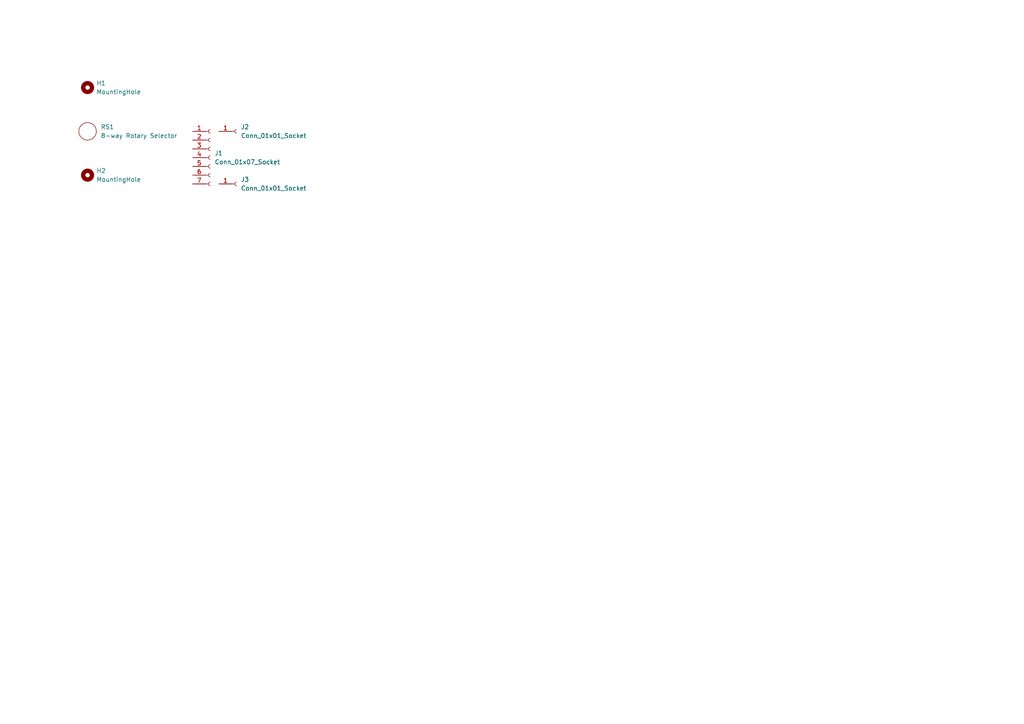
<source format=kicad_sch>
(kicad_sch (version 20231120) (generator "eeschema") (generator_version "8.0")
  (paper "A4")
  (lib_symbols
    (symbol "Connector:Conn_01x01_Socket" (pin_names (offset 1.016) hide)
      (property "Reference" "J" (at 0 2.54 0))
      (property "Value" "Conn_01x01_Socket" (at 0 -2.54 0))
      (symbol "Conn_01x01_Socket_1_1"
        (polyline (pts (xy -1.27 0) (xy -0.508 0)) (stroke (width 0.1524)))
        (arc (start 0 0.508) (mid -0.5058 0) (end 0 -0.508) (stroke (width 0.1524)))
        (pin passive line (at -5.08 0 0) (length 3.81) (name "Pin_1") (number "1"))
      )
    )
    (symbol "Connector:Conn_01x07_Socket" (pin_names (offset 1.016) hide)
      (property "Reference" "J" (at 0 10.16 0))
      (property "Value" "Conn_01x07_Socket" (at 0 -10.16 0))
      (symbol "Conn_01x07_Socket_1_1"
        (arc (start 0 -7.112) (mid -0.5058 -7.62) (end 0 -8.128) (stroke (width 0.1524)))
        (arc (start 0 -4.572) (mid -0.5058 -5.08) (end 0 -5.588) (stroke (width 0.1524)))
        (arc (start 0 -2.032) (mid -0.5058 -2.54) (end 0 -3.048) (stroke (width 0.1524)))
        (polyline (pts (xy -1.27 -7.62) (xy -0.508 -7.62)) (stroke (width 0.1524)))
        (polyline (pts (xy -1.27 -5.08) (xy -0.508 -5.08)) (stroke (width 0.1524)))
        (polyline (pts (xy -1.27 -2.54) (xy -0.508 -2.54)) (stroke (width 0.1524)))
        (polyline (pts (xy -1.27 0) (xy -0.508 0)) (stroke (width 0.1524)))
        (polyline (pts (xy -1.27 2.54) (xy -0.508 2.54)) (stroke (width 0.1524)))
        (polyline (pts (xy -1.27 5.08) (xy -0.508 5.08)) (stroke (width 0.1524)))
        (polyline (pts (xy -1.27 7.62) (xy -0.508 7.62)) (stroke (width 0.1524)))
        (arc (start 0 0.508) (mid -0.5058 0) (end 0 -0.508) (stroke (width 0.1524)))
        (arc (start 0 3.048) (mid -0.5058 2.54) (end 0 2.032) (stroke (width 0.1524)))
        (arc (start 0 5.588) (mid -0.5058 5.08) (end 0 4.572) (stroke (width 0.1524)))
        (arc (start 0 8.128) (mid -0.5058 7.62) (end 0 7.112) (stroke (width 0.1524)))
        (pin passive line (at -5.08 7.62 0) (length 3.81) (name "Pin_1") (number "1"))
        (pin passive line (at -5.08 5.08 0) (length 3.81) (name "Pin_2") (number "2"))
        (pin passive line (at -5.08 2.54 0) (length 3.81) (name "Pin_3") (number "3"))
        (pin passive line (at -5.08 0 0) (length 3.81) (name "Pin_4") (number "4"))
        (pin passive line (at -5.08 -2.54 0) (length 3.81) (name "Pin_5") (number "5"))
        (pin passive line (at -5.08 -5.08 0) (length 3.81) (name "Pin_6") (number "6"))
        (pin passive line (at -5.08 -7.62 0) (length 3.81) (name "Pin_7") (number "7"))
      )
    )
    (symbol "EXC:Rotary_Selector_Panel_Mount_M9"
      (property "Reference" "RS" (at 0 4.064 0))
      (property "Value" "8-way Rotary Selector" (at 0 -3.81 0))
      (symbol "Rotary_Selector_Panel_Mount_M9_0_1"
        (circle (center 0 0) (radius 2.54))
      )
    )
    (symbol "Mechanical:MountingHole" (pin_names (offset 1.016)) (exclude_from_sim yes) (in_bom no)
      (property "Reference" "H" (at 0 5.08 0))
      (property "Value" "MountingHole" (at 0 3.175 0))
      (symbol "MountingHole_0_1"
        (circle (center 0 0) (radius 1.27) (stroke (width 1.27)))
      )
    )
  )
  (symbol (lib_id "Connector:Conn_01x07_Socket") (at 60.96 45.72 0) (unit 1)
    (property "Reference" "J1" (at 62.23 44.4499 0) (effects (justify left)))
    (property "Value" "Conn_01x07_Socket" (at 62.23 46.9899 0) (effects (justify left)))
    (property "Footprint" "Connector_PinSocket_2.54mm:PinSocket_1x07_P2.54mm_Vertical" (effects (hide yes)))
    (property "Description" "Generic connector, single row, 01x07, script generated" (effects (hide yes)))
  )
  (symbol (lib_id "EXC:Rotary_Selector_Panel_Mount_M9") (at 25.4 38.1 0) (unit 1)
    (property "Reference" "RS1" (at 29.21 36.8299 0) (effects (justify left)))
    (property "Value" "8-way Rotary Selector" (at 29.21 39.3699 0) (effects (justify left)))
    (property "Footprint" "EXC:Rotary_Selector_Panel_Mount_M9" (effects (hide yes)))
    (property "Datasheet" "https://cdn-shop.adafruit.com/product-files/2925/SR16A-18-15KQ.pdf" (effects (hide yes)))
    (property "Description" "8-way panel-mount Rotary Selector" (effects (hide yes)))
    (property "Source" "https://www.adafruit.com/product/2925" (effects (hide yes)))
  )
  (symbol (lib_id "Mechanical:MountingHole") (at 25.4 25.4 0) (unit 1) (exclude_from_sim yes) (in_bom no)
    (property "Reference" "H1" (at 27.94 24.1299 0) (effects (justify left)))
    (property "Value" "MountingHole" (at 27.94 26.6699 0) (effects (justify left)))
    (property "Footprint" "MountingHole:MountingHole_3.2mm_M3" (effects (hide yes)))
    (property "Description" "Mounting Hole without connection" (effects (hide yes)))
  )
  (symbol (lib_id "Mechanical:MountingHole") (at 25.4 50.8 0) (unit 1) (exclude_from_sim yes) (in_bom no)
    (property "Reference" "H2" (at 27.94 49.5299 0) (effects (justify left)))
    (property "Value" "MountingHole" (at 27.94 52.0699 0) (effects (justify left)))
    (property "Footprint" "MountingHole:MountingHole_3.2mm_M3" (effects (hide yes)))
    (property "Description" "Mounting Hole without connection" (effects (hide yes)))
  )
  (symbol (lib_id "Connector:Conn_01x01_Socket") (at 68.58 53.34 0) (unit 1)
    (property "Reference" "J3" (at 69.85 52.0699 0) (effects (justify left)))
    (property "Value" "Conn_01x01_Socket" (at 69.85 54.6099 0) (effects (justify left)))
    (property "Footprint" "Connector_PinSocket_2.54mm:PinSocket_1x01_P2.54mm_Vertical" (effects (hide yes)))
    (property "Description" "Generic connector, single row, 01x01, script generated" (effects (hide yes)))
  )
  (symbol (lib_id "Connector:Conn_01x01_Socket") (at 68.58 38.1 0) (unit 1)
    (property "Reference" "J2" (at 69.85 36.8299 0) (effects (justify left)))
    (property "Value" "Conn_01x01_Socket" (at 69.85 39.3699 0) (effects (justify left)))
    (property "Footprint" "Connector_PinSocket_2.54mm:PinSocket_1x01_P2.54mm_Vertical" (effects (hide yes)))
    (property "Description" "Generic connector, single row, 01x01, script generated" (effects (hide yes)))
  )
)
</source>
